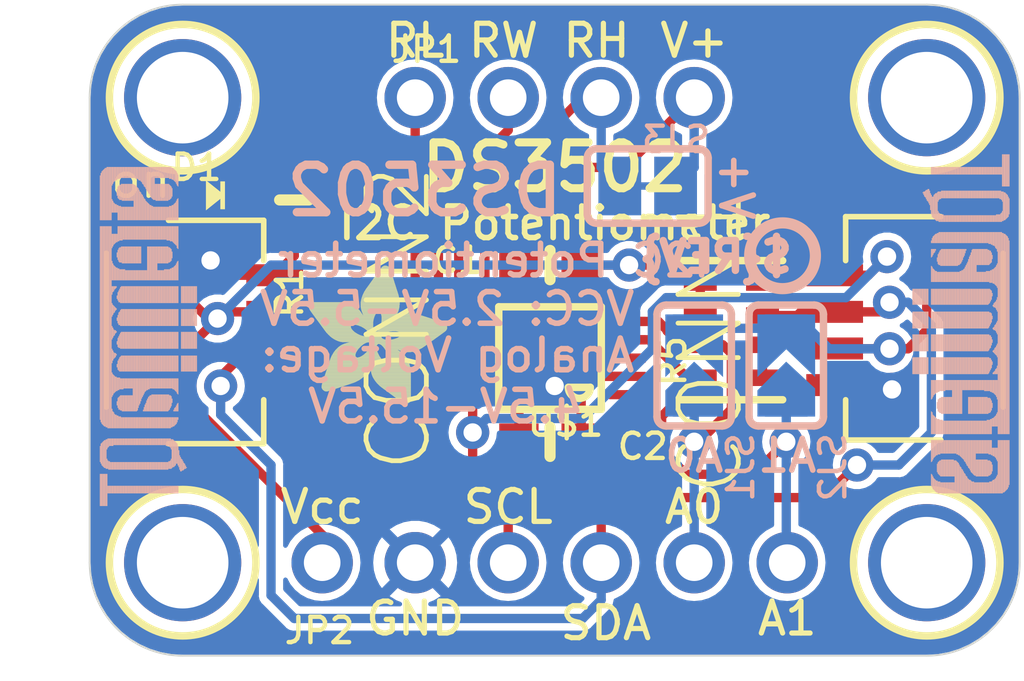
<source format=kicad_pcb>
(kicad_pcb (version 20221018) (generator pcbnew)
  (layers (0 "F.Cu" signal) (31 "B.Cu" signal) (34 "B.Paste" user) (35 "F.Paste" user) (36 "B.SilkS" user "B.Silkscreen") (37 "F.SilkS" user "F.Silkscreen") (38 "B.Mask" user) (39 "F.Mask" user) (44 "Edge.Cuts" user))
  (net 0 "")
  (net 1 "V+")
  (net 2 "GND")
  (net 3 "SCL")
  (net 4 "SDA")
  (net 5 "VCC")
  (net 6 "A0")
  (net 7 "A1")
  (net 8 "RH")
  (net 9 "RW")
  (net 10 "RL")
  (net 11 "N$2")
  (footprint "working:JST_SH4" (layer "F.Cu") (at 158.6611 105.0036 90)
    (fp_text reference "CONN1" (at -4.6 -5.9 90) (layer "F.SilkS") (effects (font (size 1.647139 1.647139) (thickness 0.130861)) (justify left)))
    (fp_text value "STEMMA_I2C_QT" hide)
    (pad "1" smd rect (at -1.5 -2.514 180) (size 1.55 0.6) (layers "F.Cu" "F.Paste" "F.Mask") (net 2 "GND"))
    (pad "2" smd rect (at -0.5 -2.514 180) (size 1.55 0.6) (layers "F.Cu" "F.Paste" "F.Mask") (net 5 "VCC"))
    (pad "3" smd rect (at 0.5 -2.514 180) (size 1.55 0.6) (layers "F.Cu" "F.Paste" "F.Mask") (net 4 "SDA"))
    (pad "4" smd rect (at 1.5 -2.514 180) (size 1.55 0.6) (layers "F.Cu" "F.Paste" "F.Mask") (net 3 "SCL"))
    (pad "MT1" smd rect (at -2.8 1.386 180) (size 1.8 1.2) (layers "F.Cu" "F.Paste" "F.Mask"))
    (pad "MT2" smd rect (at 2.8 1.386 180) (size 1.8 1.2) (layers "F.Cu" "F.Paste" "F.Mask"))
  )
  (footprint "working:JST_SH4" (layer "F.Cu") (at 138.3411 105.0036 -90)
    (fp_text reference "CONN2" (at -4.6 -5.9 90) (layer "F.SilkS") (effects (font (size 1.647139 1.647139) (thickness 0.130861)) (justify right)))
    (fp_text value "STEMMA_I2C_QT" hide)
    (pad "1" smd rect (at -1.5 -2.514) (size 1.55 0.6) (layers "F.Cu" "F.Paste" "F.Mask") (net 2 "GND"))
    (pad "2" smd rect (at -0.5 -2.514) (size 1.55 0.6) (layers "F.Cu" "F.Paste" "F.Mask") (net 5 "VCC"))
    (pad "3" smd rect (at 0.5 -2.514) (size 1.55 0.6) (layers "F.Cu" "F.Paste" "F.Mask") (net 4 "SDA"))
    (pad "4" smd rect (at 1.5 -2.514) (size 1.55 0.6) (layers "F.Cu" "F.Paste" "F.Mask") (net 3 "SCL"))
    (pad "MT1" smd rect (at -2.8 1.386) (size 1.8 1.2) (layers "F.Cu" "F.Paste" "F.Mask"))
    (pad "MT2" smd rect (at 2.8 1.386) (size 1.8 1.2) (layers "F.Cu" "F.Paste" "F.Mask"))
  )
  (footprint "working:0603-NO" (layer "F.Cu") (at 141.3891 101.4476 -90)
    (fp_text reference "R1" (at 1.778 0.127 90) (layer "F.SilkS") (effects (font (size 0.692831 0.692831) (thickness 0.119969)) (justify right)))
    (fp_text value "10K")
    (pad "1" smd rect (at -0.85 0 270) (size 1.075 1) (layers "F.Cu" "F.Paste" "F.Mask") (net 11 "N$2"))
    (pad "2" smd rect (at 0.85 0 270) (size 1.075 1) (layers "F.Cu" "F.Paste" "F.Mask") (net 2 "GND"))
  )
  (footprint "working:ADAFRUIT_3.5MM" (layer "F.Cu") (at 141.7701 107.0356)
    (fp_text reference "U$8" hide)
    (fp_text value "" hide)
  )
  (footprint "working:MOUNTINGHOLE_2.5_PLATED" (layer "F.Cu") (at 138.3411 111.3536)
    (fp_text reference "U$6" hide)
    (fp_text value "MOUNTINGHOLE2.5" hide)
    (pad "P$1" thru_hole circle (at 0 0) (size 3.2 3.2) (drill 2.5) (layers "*.Cu" "*.Mask"))
    (zone (net 0) (net_name "") (layer "B.Cu") (connect_pads (clearance 0)) (min_thickness 0.25)
      (keepout (tracks not_allowed) (vias not_allowed) (pads not_allowed) (copperpour not_allowed) (footprints allowed))
      (fill (thermal_gap 0.5) (thermal_bridge_width 0.5))
      (polygon (pts (xy 140.3571 111.3536) (xy 140.33748 111.073027) (xy 140.279004 110.797915) (xy 140.182808 110.533619) (xy 140.050765 110.285283) (xy 139.885446 110.05774) (xy 139.690067 109.85542) (xy 139.468433 109.68226) (xy 139.224856 109.541631) (xy 138.964078 109.43627) (xy 138.691175 109.368228) (xy 138.411457 109.338828) (xy 138.130371 109.348644) (xy 137.853385 109.397484) (xy 137.585893 109.484397) (xy 137.3331 109.607693) (xy 137.099926 109.76497) (xy 136.890911 109.953169) (xy 136.710122 110.168625) (xy 136.561078 110.407145) (xy 136.44668 110.664087) (xy 136.369154 110.93445) (xy 136.330011 111.212971) (xy 136.330011 111.494229) (xy 136.369154 111.77275) (xy 136.44668 112.043113) (xy 136.561078 112.300055) (xy 136.710122 112.538575) (xy 136.890911 112.754031) (xy 137.099926 112.94223) (xy 137.3331 113.099507) (xy 137.585893 113.222803) (xy 137.853385 113.309716) (xy 138.130371 113.358556) (xy 138.411457 113.368372) (xy 138.691175 113.338972) (xy 138.964078 113.27093) (xy 139.224856 113.165569) (xy 139.468433 113.02494) (xy 139.690067 112.85178) (xy 139.885446 112.64946) (xy 140.050765 112.421917) (xy 140.182808 112.173581) (xy 140.279004 111.909285) (xy 140.33748 111.634173)))
      (polygon (pts (xy 138.3251 111.3536) (xy 138.329786 111.364914) (xy 138.3411 111.3696) (xy 138.352414 111.364914) (xy 138.3571 111.3536) (xy 138.352414 111.342286) (xy 138.3411 111.3376) (xy 138.329786 111.342286)))
    )
  )
  (footprint "working:FIDUCIAL_1MM" (layer "F.Cu") (at 154.8511 100.6475)
    (fp_text reference "FID2" hide)
    (fp_text value "FIDUCIAL_1MM" hide)
    (pad "1" smd roundrect (at 0 0) (size 1 1) (layers "F.Cu" "F.Mask") (roundrect_rratio 0.5))
  )
  (footprint "working:CHIPLED_0603_NOOUTLINE" (layer "F.Cu") (at 139.2301 101.3206 -90)
    (fp_text reference "D1" (at -0.762 1.27) (layer "F.SilkS") (effects (font (size 0.692831 0.692831) (thickness 0.119969)) (justify left)))
    (fp_text value "GREEN")
    (pad "A" smd rect (at 0 0.75 270) (size 0.8 0.8) (layers "F.Cu" "F.Paste" "F.Mask") (net 5 "VCC"))
    (pad "C" smd rect (at 0 -0.75 270) (size 0.8 0.8) (layers "F.Cu" "F.Paste" "F.Mask") (net 11 "N$2"))
  )
  (footprint "working:MSOP10" (layer "F.Cu") (at 148.3741 105.7656 90)
    (fp_text reference "U$1" (at -1.778 1.524) (layer "F.SilkS") (effects (font (size 0.692831 0.692831) (thickness 0.119969)) (justify right)))
    (fp_text value "DS3502")
    (pad "1" smd rect (at -1 2.1131 90) (size 0.25 1) (layers "F.Cu" "F.Paste" "F.Mask") (net 4 "SDA"))
    (pad "2" smd rect (at -0.5 2.1131 90) (size 0.25 1) (layers "F.Cu" "F.Paste" "F.Mask") (net 2 "GND"))
    (pad "3" smd rect (at 0 2.1131 90) (size 0.25 1) (layers "F.Cu" "F.Paste" "F.Mask") (net 5 "VCC"))
    (pad "4" smd rect (at 0.5 2.1131 90) (size 0.25 1) (layers "F.Cu" "F.Paste" "F.Mask") (net 7 "A1"))
    (pad "5" smd rect (at 1 2.1131 90) (size 0.25 1) (layers "F.Cu" "F.Paste" "F.Mask") (net 6 "A0"))
    (pad "6" smd rect (at 1 -2.1131 270) (size 0.25 1) (layers "F.Cu" "F.Paste" "F.Mask") (net 8 "RH"))
    (pad "7" smd rect (at 0.5 -2.1131 270) (size 0.25 1) (layers "F.Cu" "F.Paste" "F.Mask") (net 9 "RW"))
    (pad "8" smd rect (at 0 -2.1131 270) (size 0.25 1) (layers "F.Cu" "F.Paste" "F.Mask") (net 10 "RL"))
    (pad "9" smd rect (at -0.5 -2.1131 270) (size 0.25 1) (layers "F.Cu" "F.Paste" "F.Mask") (net 1 "V+"))
    (pad "10" smd rect (at -1 -2.1131 270) (size 0.25 1) (layers "F.Cu" "F.Paste" "F.Mask") (net 3 "SCL"))
  )
  (footprint "working:FIDUCIAL_1MM" (layer "F.Cu") (at 144.0561 109.2581)
    (fp_text reference "FID1" hide)
    (fp_text value "FIDUCIAL_1MM" hide)
    (pad "1" smd roundrect (at 0 0) (size 1 1) (layers "F.Cu" "F.Mask") (roundrect_rratio 0.5))
  )
  (footprint "working:RESPACK_4X0603" (layer "F.Cu") (at 153.3271 105.0036 90)
    (fp_text reference "R5" (at -1.6 -1.6 90) (layer "F.SilkS") (effects (font (size 0.692831 0.692831) (thickness 0.119969)) (justify left)))
    (fp_text value "10K")
    (pad "1" smd rect (at -1.3 0.85 90) (size 0.45 0.9) (layers "F.Cu" "F.Paste" "F.Mask") (net 2 "GND"))
    (pad "2" smd rect (at -0.4 0.85 90) (size 0.45 0.9) (layers "F.Cu" "F.Paste" "F.Mask") (net 2 "GND"))
    (pad "3" smd rect (at 0.4 0.85 90) (size 0.45 0.9) (layers "F.Cu" "F.Paste" "F.Mask") (net 4 "SDA"))
    (pad "4" smd rect (at 1.3 0.85 90) (size 0.45 0.9) (layers "F.Cu" "F.Paste" "F.Mask") (net 3 "SCL"))
    (pad "5" smd rect (at 1.3 -0.85 90) (size 0.45 0.9) (layers "F.Cu" "F.Paste" "F.Mask") (net 5 "VCC"))
    (pad "6" smd rect (at 0.4 -0.85 90) (size 0.45 0.9) (layers "F.Cu" "F.Paste" "F.Mask") (net 5 "VCC"))
    (pad "7" smd rect (at -0.4 -0.85 90) (size 0.45 0.9) (layers "F.Cu" "F.Paste" "F.Mask") (net 6 "A0"))
    (pad "8" smd rect (at -1.3 -0.85 90) (size 0.45 0.9) (layers "F.Cu" "F.Paste" "F.Mask") (net 7 "A1"))
  )
  (footprint "working:1X06_ROUND" (layer "F.Cu") (at 148.5011 111.3536)
    (fp_text reference "JP2" (at -7.4422 1.8542) (layer "F.SilkS") (effects (font (size 0.692831 0.692831) (thickness 0.119969)) (justify left)))
    (fp_text value "")
    (pad "1" thru_hole circle (at -6.35 0 90) (size 1.6764 1.6764) (drill 1) (layers "*.Cu" "*.Mask") (net 5 "VCC"))
    (pad "2" thru_hole circle (at -3.81 0 90) (size 1.6764 1.6764) (drill 1) (layers "*.Cu" "*.Mask") (net 2 "GND"))
    (pad "3" thru_hole circle (at -1.27 0 90) (size 1.6764 1.6764) (drill 1) (layers "*.Cu" "*.Mask") (net 3 "SCL"))
    (pad "4" thru_hole circle (at 1.27 0 90) (size 1.6764 1.6764) (drill 1) (layers "*.Cu" "*.Mask") (net 4 "SDA"))
    (pad "5" thru_hole circle (at 3.81 0 90) (size 1.6764 1.6764) (drill 1) (layers "*.Cu" "*.Mask") (net 6 "A0"))
    (pad "6" thru_hole circle (at 6.35 0 90) (size 1.6764 1.6764) (drill 1) (layers "*.Cu" "*.Mask") (net 7 "A1"))
  )
  (footprint "working:0603-NO" (layer "F.Cu") (at 148.3741 108.0516)
    (fp_text reference "C2" (at 1.778 0.127) (layer "F.SilkS") (effects (font (size 0.692831 0.692831) (thickness 0.119969)) (justify left)))
    (fp_text value "0.1uF")
    (pad "1" smd rect (at -0.85 0) (size 1.075 1) (layers "F.Cu" "F.Paste" "F.Mask") (net 1 "V+"))
    (pad "2" smd rect (at 0.85 0) (size 1.075 1) (layers "F.Cu" "F.Paste" "F.Mask") (net 2 "GND"))
  )
  (footprint "working:1X04_ROUND" (layer "F.Cu") (at 148.5011 98.6536)
    (fp_text reference "JP1" (at -4.5212 -1.3208) (layer "F.SilkS") (effects (font (size 0.692831 0.692831) (thickness 0.119969)) (justify left)))
    (fp_text value "")
    (pad "1" thru_hole circle (at -3.81 0 90) (size 1.6764 1.6764) (drill 1) (layers "*.Cu" "*.Mask") (net 10 "RL"))
    (pad "2" thru_hole circle (at -1.27 0 90) (size 1.6764 1.6764) (drill 1) (layers "*.Cu" "*.Mask") (net 9 "RW"))
    (pad "3" thru_hole circle (at 1.27 0 90) (size 1.6764 1.6764) (drill 1) (layers "*.Cu" "*.Mask") (net 8 "RH"))
    (pad "4" thru_hole circle (at 3.81 0 90) (size 1.6764 1.6764) (drill 1) (layers "*.Cu" "*.Mask") (net 1 "V+"))
  )
  (footprint "working:0603-NO" (layer "F.Cu") (at 148.3741 103.2256 180)
    (fp_text reference "C1" (at 1.778 0.127) (layer "F.SilkS") (effects (font (size 0.692831 0.692831) (thickness 0.119969)) (justify right)))
    (fp_text value "0.1uF")
    (pad "1" smd rect (at -0.85 0 180) (size 1.075 1) (layers "F.Cu" "F.Paste" "F.Mask") (net 5 "VCC"))
    (pad "2" smd rect (at 0.85 0 180) (size 1.075 1) (layers "F.Cu" "F.Paste" "F.Mask") (net 2 "GND"))
  )
  (footprint "working:MOUNTINGHOLE_2.5_PLATED" (layer "F.Cu") (at 158.6611 98.6536)
    (fp_text reference "U$3" hide)
    (fp_text value "MOUNTINGHOLE2.5" hide)
    (pad "P$1" thru_hole circle (at 0 0) (size 3.2 3.2) (drill 2.5) (layers "*.Cu" "*.Mask"))
    (zone (net 0) (net_name "") (layer "B.Cu") (connect_pads (clearance 0)) (min_thickness 0.25)
      (keepout (tracks not_allowed) (vias not_allowed) (pads not_allowed) (copperpour not_allowed) (footprints allowed))
      (fill (thermal_gap 0.5) (thermal_bridge_width 0.5))
      (polygon (pts (xy 160.6771 98.6536) (xy 160.65748 98.373027) (xy 160.599004 98.097915) (xy 160.502808 97.833619) (xy 160.370765 97.585283) (xy 160.205446 97.35774) (xy 160.010067 97.15542) (xy 159.788433 96.98226) (xy 159.544856 96.841631) (xy 159.284078 96.73627) (xy 159.011175 96.668228) (xy 158.731457 96.638828) (xy 158.450371 96.648644) (xy 158.173385 96.697484) (xy 157.905893 96.784397) (xy 157.6531 96.907693) (xy 157.419926 97.06497) (xy 157.210911 97.253169) (xy 157.030122 97.468625) (xy 156.881078 97.707145) (xy 156.76668 97.964087) (xy 156.689154 98.23445) (xy 156.650011 98.512971) (xy 156.650011 98.794229) (xy 156.689154 99.07275) (xy 156.76668 99.343113) (xy 156.881078 99.600055) (xy 157.030122 99.838575) (xy 157.210911 100.054031) (xy 157.419926 100.24223) (xy 157.6531 100.399507) (xy 157.905893 100.522803) (xy 158.173385 100.609716) (xy 158.450371 100.658556) (xy 158.731457 100.668372) (xy 159.011175 100.638972) (xy 159.284078 100.57093) (xy 159.544856 100.465569) (xy 159.788433 100.32494) (xy 160.010067 100.15178) (xy 160.205446 99.94946) (xy 160.370765 99.721917) (xy 160.502808 99.473581) (xy 160.599004 99.209285) (xy 160.65748 98.934173)))
      (polygon (pts (xy 158.6451 98.6536) (xy 158.649786 98.664914) (xy 158.6611 98.6696) (xy 158.672414 98.664914) (xy 158.6771 98.6536) (xy 158.672414 98.642286) (xy 158.6611 98.6376) (xy 158.649786 98.642286)))
    )
  )
  (footprint "working:MOUNTINGHOLE_2.5_PLATED" (layer "F.Cu") (at 138.3411 98.6536)
    (fp_text reference "U$2" hide)
    (fp_text value "MOUNTINGHOLE2.5" hide)
    (pad "P$1" thru_hole circle (at 0 0) (size 3.2 3.2) (drill 2.5) (layers "*.Cu" "*.Mask"))
    (zone (net 0) (net_name "") (layer "B.Cu") (connect_pads (clearance 0)) (min_thickness 0.25)
      (keepout (tracks not_allowed) (vias not_allowed) (pads not_allowed) (copperpour not_allowed) (footprints allowed))
      (fill (thermal_gap 0.5) (thermal_bridge_width 0.5))
      (polygon (pts (xy 140.3571 98.6536) (xy 140.33748 98.373027) (xy 140.279004 98.097915) (xy 140.182808 97.833619) (xy 140.050765 97.585283) (xy 139.885446 97.35774) (xy 139.690067 97.15542) (xy 139.468433 96.98226) (xy 139.224856 96.841631) (xy 138.964078 96.73627) (xy 138.691175 96.668228) (xy 138.411457 96.638828) (xy 138.130371 96.648644) (xy 137.853385 96.697484) (xy 137.585893 96.784397) (xy 137.3331 96.907693) (xy 137.099926 97.06497) (xy 136.890911 97.253169) (xy 136.710122 97.468625) (xy 136.561078 97.707145) (xy 136.44668 97.964087) (xy 136.369154 98.23445) (xy 136.330011 98.512971) (xy 136.330011 98.794229) (xy 136.369154 99.07275) (xy 136.44668 99.343113) (xy 136.561078 99.600055) (xy 136.710122 99.838575) (xy 136.890911 100.054031) (xy 137.099926 100.24223) (xy 137.3331 100.399507) (xy 137.585893 100.522803) (xy 137.853385 100.609716) (xy 138.130371 100.658556) (xy 138.411457 100.668372) (xy 138.691175 100.638972) (xy 138.964078 100.57093) (xy 139.224856 100.465569) (xy 139.468433 100.32494) (xy 139.690067 100.15178) (xy 139.885446 99.94946) (xy 140.050765 99.721917) (xy 140.182808 99.473581) (xy 140.279004 99.209285) (xy 140.33748 98.934173)))
      (polygon (pts (xy 138.3251 98.6536) (xy 138.329786 98.664914) (xy 138.3411 98.6696) (xy 138.352414 98.664914) (xy 138.3571 98.6536) (xy 138.352414 98.642286) (xy 138.3411 98.6376) (xy 138.329786 98.642286)))
    )
  )
  (footprint "working:MOUNTINGHOLE_2.5_PLATED" (layer "F.Cu") (at 158.6611 111.3536)
    (fp_text reference "U$7" hide)
    (fp_text value "MOUNTINGHOLE2.5" hide)
    (pad "P$1" thru_hole circle (at 0 0) (size 3.2 3.2) (drill 2.5) (layers "*.Cu" "*.Mask"))
    (zone (net 0) (net_name "") (layer "B.Cu") (connect_pads (clearance 0)) (min_thickness 0.25)
      (keepout (tracks not_allowed) (vias not_allowed) (pads not_allowed) (copperpour not_allowed) (footprints allowed))
      (fill (thermal_gap 0.5) (thermal_bridge_width 0.5))
      (polygon (pts (xy 160.6771 111.3536) (xy 160.65748 111.073027) (xy 160.599004 110.797915) (xy 160.502808 110.533619) (xy 160.370765 110.285283) (xy 160.205446 110.05774) (xy 160.010067 109.85542) (xy 159.788433 109.68226) (xy 159.544856 109.541631) (xy 159.284078 109.43627) (xy 159.011175 109.368228) (xy 158.731457 109.338828) (xy 158.450371 109.348644) (xy 158.173385 109.397484) (xy 157.905893 109.484397) (xy 157.6531 109.607693) (xy 157.419926 109.76497) (xy 157.210911 109.953169) (xy 157.030122 110.168625) (xy 156.881078 110.407145) (xy 156.76668 110.664087) (xy 156.689154 110.93445) (xy 156.650011 111.212971) (xy 156.650011 111.494229) (xy 156.689154 111.77275) (xy 156.76668 112.043113) (xy 156.881078 112.300055) (xy 157.030122 112.538575) (xy 157.210911 112.754031) (xy 157.419926 112.94223) (xy 157.6531 113.099507) (xy 157.905893 113.222803) (xy 158.173385 113.309716) (xy 158.450371 113.358556) (xy 158.731457 113.368372) (xy 159.011175 113.338972) (xy 159.284078 113.27093) (xy 159.544856 113.165569) (xy 159.788433 113.02494) (xy 160.010067 112.85178) (xy 160.205446 112.64946) (xy 160.370765 112.421917) (xy 160.502808 112.173581) (xy 160.599004 111.909285) (xy 160.65748 111.634173)))
      (polygon (pts (xy 158.6451 111.3536) (xy 158.649786 111.364914) (xy 158.6611 111.3696) (xy 158.672414 111.364914) (xy 158.6771 111.3536) (xy 158.672414 111.342286) (xy 158.6611 111.3376) (xy 158.649786 111.342286)))
    )
  )
  (footprint "working:SOLDERJUMPER_CLOSEDWIRE" (layer "B.Cu") (at 151.0411 101.0666 180)
    (fp_text reference "SJ3" (at -1.778 1.27) (layer "B.SilkS") (effects (font (size 0.692831 0.692831) (thickness 0.119969)) (justify left mirror)))
    (fp_text value "")
    (pad "1" smd rect (at -0.762 0 180) (size 1.1684 1.6002) (layers "B.Cu") (net 1 "V+"))
    (pad "2" smd rect (at 0.762 0 180) (size 1.1684 1.6002) (layers "B.Cu") (net 8 "RH"))
    (pad "WIRE" smd rect (at 0 0) (size 0.635 0.2032) (layers "B.Cu"))
  )
  (footprint "working:KATTNI_STOP" (layer "B.Cu") (at 148.3741 110.2106 180)
    (fp_text reference "U$5" hide)
    (fp_text value "" hide)
  )
  (footprint "working:STEMMAQT" (layer "B.Cu") (at 158.2801 109.4486 90)
    (fp_text reference "U$10" hide)
    (fp_text value "" hide)
  )
  (footprint "working:SOLDERJUMPER_ARROW_NOPASTE" (layer "B.Cu") (at 152.3111 105.9688 90)
    (fp_text reference "SJ1" (at -1.778 1.27 90) (layer "B.SilkS") (effects (font (size 0.692831 0.692831) (thickness 0.119969)) (justify left mirror)))
    (fp_text value "")
    (fp_poly (pts (xy 0.106121 -0.002663) (xy -0.679416 -0.7882) (xy -1.3946 -0.7882) (xy -1.3946 0.7882) (xy -0.62715 0.7882)) (fill solid) (layer "B.Cu"))
    (fp_poly (pts (xy 1.3946 -0.7882) (xy -0.315893 -0.7882) (xy 0.443148 0) (xy -0.315893 0.7882) (xy 1.3946 0.7882)) (fill solid) (layer "B.Cu"))
    (pad "1" smd roundrect (at -1.016 0 90) (size 0.762 1.524) (layers "B.Cu") (net 6 "A0"))
    (pad "2" smd roundrect (at 1.016 0 90) (size 0.762 1.524) (layers "B.Cu") (net 5 "VCC"))
  )
  (footprint "working:SOLDERJUMPER_ARROW_NOPASTE" (layer "B.Cu") (at 154.8257 105.9688 90)
    (fp_text reference "SJ2" (at -1.778 1.27 90) (layer "B.SilkS") (effects (font (size 0.692831 0.692831) (thickness 0.119969)) (justify left mirror)))
    (fp_text value "")
    (fp_poly (pts (xy 0.106121 -0.002663) (xy -0.679416 -0.7882) (xy -1.3946 -0.7882) (xy -1.3946 0.7882) (xy -0.62715 0.7882)) (fill solid) (layer "B.Cu"))
    (fp_poly (pts (xy 1.3946 -0.7882) (xy -0.315893 -0.7882) (xy 0.443148 0) (xy -0.315893 0.7882) (xy 1.3946 0.7882)) (fill solid) (layer "B.Cu"))
    (pad "1" smd roundrect (at -1.016 0 90) (size 0.762 1.524) (layers "B.Cu") (net 7 "A1"))
    (pad "2" smd roundrect (at 1.016 0 90) (size 0.762 1.524) (layers "B.Cu") (net 5 "VCC"))
  )
  (footprint "working:STEMMAQT" (layer "B.Cu") (at 138.7221 100.5586 -90)
    (fp_text reference "U$11" hide)
    (fp_text value "" hide)
  )
  (footprint "working:PCBFEAT-REV-040" (layer "B.Cu") (at 154.7241 102.9716 180)
    (fp_text reference "U$9" hide)
    (fp_text value "" hide)
    (fp_text user "${REV}" (at -0.3556 -0.508) (layer "B.SilkS") (effects (font (size 0.8128 0.8128) (thickness 0.2032)) (justify left bottom mirror)))
  )
  (gr_arc (start 135.8011 98.6536) (mid 136.545049 96.857549) (end 138.3411 96.1136) (stroke (width 0.05)) (layer "Edge.Cuts"))
  (gr_line (start 135.8011 98.6536) (end 135.8011 111.3536) (stroke (width 0.05)) (layer "Edge.Cuts"))
  (gr_line (start 161.2011 111.3536) (end 161.2011 98.6536) (stroke (width 0.05)) (layer "Edge.Cuts"))
  (gr_arc (start 138.3411 113.8936) (mid 136.545049 113.149651) (end 135.8011 111.3536) (stroke (width 0.05)) (layer "Edge.Cuts"))
  (gr_arc (start 161.2011 111.3536) (mid 160.457151 113.149651) (end 158.6611 113.8936) (stroke (width 0.05)) (layer "Edge.Cuts"))
  (gr_line (start 138.3411 113.8936) (end 158.6611 113.8936) (stroke (width 0.05)) (layer "Edge.Cuts"))
  (gr_arc (start 158.6611 96.1136) (mid 160.457151 96.857549) (end 161.2011 98.6536) (stroke (width 0.05)) (layer "Edge.Cuts"))
  (gr_line (start 158.6611 96.1136) (end 138.3411 96.1136) (stroke (width 0.05)) (layer "Edge.Cuts"))
  (gr_text "VCC: 2.5V-5.5V" (at 150.7617 104.9274) (layer "B.SilkS") (effects (font (size 0.8636 0.8636) (thickness 0.1524)) (justify left bottom mirror)))
  (gr_text "V+" (at 153.4541 101.0666 -90) (layer "B.SilkS") (effects (font (size 0.8636 0.8636) (thickness 0.1524)) (justify mirror)))
  (gr_text "I2C Potentiometer" (at 152.8191 103.6066) (layer "B.SilkS") (effects (font (size 0.8636 0.8636) (thickness 0.1524)) (justify left bottom mirror)))
  (gr_text "A1" (at 154.8511 108.4326) (layer "B.SilkS") (effects (font (size 0.8636 0.8636) (thickness 0.1524)) (justify mirror)))
  (gr_text "4.5V-15.5V " (at 149.3647 107.5944) (layer "B.SilkS") (effects (font (size 0.8636 0.8636) (thickness 0.1524)) (justify left bottom mirror)))
  (gr_text "Analog Voltage:" (at 150.7617 106.1974) (layer "B.SilkS") (effects (font (size 0.8636 0.8636) (thickness 0.1524)) (justify left bottom mirror)))
  (gr_text "A0" (at 152.3111 108.4326) (layer "B.SilkS") (effects (font (size 0.8636 0.8636) (thickness 0.1524)) (justify mirror)))
  (gr_text "DS3502" (at 144.9451 101.1936) (layer "B.SilkS") (effects (font (size 1.2954 1.2954) (thickness 0.2286)) (justify mirror)))
  (gr_text "I2C Potentiometer" (at 148.5011 102.0826) (layer "F.SilkS") (effects (font (size 0.8636 0.8636) (thickness 0.1524))))
  (gr_text "DS3502" (at 148.5011 100.5586) (layer "F.SilkS") (effects (font (size 1.25222 1.25222) (thickness 0.22098))))
  (gr_text "GND" (at 144.6911 112.8776) (layer "F.SilkS") (effects (font (size 0.87376 0.87376) (thickness 0.14224))))
  (gr_text "V+" (at 152.3111 97.09785) (layer "F.SilkS") (effects (font (size 0.87376 0.87376) (thickness 0.14224))))
  (gr_text "Vcc" (at 142.1511 109.8296) (layer "F.SilkS") (effects (font (size 0.87376 0.87376) (thickness 0.14224))))
  (gr_text "on" (at 136.3091 101.4476) (layer "F.SilkS") (effects (font (size 0.89408 0.89408) (thickness 0.12192)) (justify left bottom)))
  (gr_text "A0" (at 152.3111 109.8296) (layer "F.SilkS") (effects (font (size 0.87376 0.87376) (thickness 0.14224))))
  (gr_text "RW" (at 147.1041 97.09785) (layer "F.SilkS") (effects (font (size 0.87376 0.87376) (thickness 0.14224))))
  (gr_text "SDA" (at 149.8981 113.0046) (layer "F.SilkS") (effects (font (size 0.87376 0.87376) (thickness 0.14224))))
  (gr_text "SCL" (at 147.2311 109.8296) (layer "F.SilkS") (effects (font (size 0.87376 0.87376) (thickness 0.14224))))
  (gr_text "RL" (at 144.6911 97.09785) (layer "F.SilkS") (effects (font (size 0.87376 0.87376) (thickness 0.14224))))
  (gr_text "RH" (at 149.6441 97.09785) (layer "F.SilkS") (effects (font (size 0.87376 0.87376) (thickness 0.14224))))
  (gr_text "A1" (at 154.8511 112.8776) (layer "F.SilkS") (effects (font (size 0.87376 0.87376) (thickness 0.14224))))
  (segment (start 146.849825 104.3098) (end 146.5961 104.056075) (width 0.254) (layer "F.Cu") (net 1))
  (segment (start 150.4061 100.5586) (end 152.3111 98.6536) (width 0.254) (layer "F.Cu") (net 1))
  (segment (start 147.0453 104.3098) (end 146.849825 104.3098) (width 0.254) (layer "F.Cu") (net 1))
  (segment (start 147.3501 104.6146) (end 147.0453 104.3098) (width 0.254) (layer "F.Cu") (net 1))
  (segment (start 146.261 106.2656) (end 147.3501 106.2656) (width 0.254) (layer "F.Cu") (net 1))
  (segment (start 146.5961 104.056075) (end 146.5961 102.3366) (width 0.254) (layer "F.Cu") (net 1))
  (segment (start 147.3501 106.2656) (end 147.5241 106.4396) (width 0.254) (layer "F.Cu") (net 1))
  (segment (start 146.5961 102.3366) (end 148.3741 100.5586) (width 0.254) (layer "F.Cu") (net 1))
  (segment (start 147.5241 106.4396) (end 147.5241 108.0516) (width 0.254) (layer "F.Cu") (net 1))
  (segment (start 148.3741 100.5586) (end 150.4061 100.5586) (width 0.254) (layer "F.Cu") (net 1))
  (segment (start 147.3501 106.2656) (end 147.3501 104.6146) (width 0.254) (layer "F.Cu") (net 1))
  (segment (start 152.3111 100.5586) (end 152.3111 98.6536) (width 0.254) (layer "B.Cu") (net 1))
  (segment (start 151.8031 101.0666) (end 152.3111 100.5586) (width 0.254) (layer "B.Cu") (net 1))
  (segment (start 156.1471 106.5036) (end 157.596 106.5036) (width 0.254) (layer "F.Cu") (net 2))
  (segment (start 148.5011 104.2026) (end 148.5011 106.5276) (width 0.254) (layer "F.Cu") (net 2))
  (segment (start 149.2241 106.3616) (end 149.1281 106.2656) (width 0.254) (layer "F.Cu") (net 2))
  (segment (start 154.1771 105.4036) (end 154.1771 106.3036) (width 0.254) (layer "F.Cu") (net 2))
  (segment (start 157.596 106.5036) (end 157.7136 106.6212) (width 0.254) (layer "F.Cu") (net 2))
  (segment (start 154.3771 106.5036) (end 156.1471 106.5036) (width 0.254) (layer "F.Cu") (net 2))
  (segment (start 141.3891 102.2976) (end 141.3891 102.9696) (width 0.254) (layer "F.Cu") (net 2))
  (segment (start 147.5241 103.2256) (end 148.5011 104.2026) (width 0.254) (layer "F.Cu") (net 2))
  (segment (start 154.1771 106.3036) (end 154.3771 106.5036) (width 0.254) (layer "F.Cu") (net 2))
  (segment (start 141.3891 102.9696) (end 140.8551 103.5036) (width 0.254) (layer "F.Cu") (net 2))
  (segment (start 150.4872 106.2656) (end 149.1281 106.2656) (width 0.254) (layer "F.Cu") (net 2))
  (segment (start 149.1281 106.2656) (end 148.5011 106.2656) (width 0.254) (layer "F.Cu") (net 2))
  (segment (start 148.5011 106.2656) (end 148.5011 106.5276) (width 0.254) (layer "F.Cu") (net 2))
  (segment (start 140.8551 103.5036) (end 139.5081 103.5036) (width 0.254) (layer "F.Cu") (net 2))
  (segment (start 149.2241 108.0516) (end 149.2241 106.3616) (width 0.254) (layer "F.Cu") (net 2))
  (segment (start 139.5081 103.5036) (end 139.1031 103.0986) (width 0.254) (layer "F.Cu") (net 2))
  (via (at 157.7136 106.6212) (size 0.9064) (drill 0.5) (layers "F.Cu" "B.Cu") (net 2))
  (via (at 148.5011 106.5276) (size 0.9064) (drill 0.5) (layers "F.Cu" "B.Cu") (net 2))
  (via (at 139.1031 103.0986) (size 0.9064) (drill 0.5) (layers "F.Cu" "B.Cu") (net 2))
  (segment (start 140.8551 106.5036) (end 145.0481 106.5036) (width 0.254) (layer "F.Cu") (net 3))
  (segment (start 145.3261 106.7816) (end 146.245 106.7816) (width 0.254) (layer "F.Cu") (net 3))
  (segment (start 146.261 107.7976) (end 146.261 108.6055) (width 0.254) (layer "F.Cu") (net 3))
  (segment (start 157.576543 102.994944) (end 157.067887 103.5036) (width 0.254) (layer "F.Cu") (net 3))
  (segment (start 154.1771 103.7036) (end 154.3771 103.5036) (width 0.254) (layer "F.Cu") (net 3))
  (segment (start 146.261 108.6055) (end 147.2311 109.5756) (width 0.254) (layer "F.Cu") (net 3))
  (segment (start 147.2311 109.5756) (end 147.2311 111.3536) (width 0.254) (layer "F.Cu") (net 3))
  (segment (start 146.261 106.7656) (end 146.261 107.7976) (width 0.254) (layer "F.Cu") (net 3))
  (segment (start 146.245 106.7816) (end 146.261 106.7656) (width 0.254) (layer "F.Cu") (net 3))
  (segment (start 154.3771 103.5036) (end 156.1471 103.5036) (width 0.254) (layer "F.Cu") (net 3))
  (segment (start 145.0481 106.5036) (end 145.3261 106.7816) (width 0.254) (layer "F.Cu") (net 3))
  (segment (start 157.067887 103.5036) (end 156.1471 103.5036) (width 0.254) (layer "F.Cu") (net 3))
  (via (at 146.261 107.7976) (size 0.9064) (drill 0.5) (layers "F.Cu" "B.Cu") (net 3))
  (via (at 157.576543 102.994944) (size 0.9064) (drill 0.5) (layers "F.Cu" "B.Cu") (net 3))
  (segment (start 149.2631 107.4166) (end 146.642 107.4166) (width 0.254) (layer "B.Cu") (net 3))
  (segment (start 151.1681 105.5116) (end 151.1681 104.4956) (width 0.254) (layer "B.Cu") (net 3))
  (segment (start 149.2631 107.4166) (end 151.1681 105.5116) (width 0.254) (layer "B.Cu") (net 3))
  (segment (start 156.456887 104.1146) (end 157.576543 102.994944) (width 0.254) (layer "B.Cu") (net 3))
  (segment (start 151.5491 104.1146) (end 156.456887 104.1146) (width 0.254) (layer "B.Cu") (net 3))
  (segment (start 146.261 107.7976) (end 146.642 107.4166) (width 0.254) (layer "B.Cu") (net 3))
  (segment (start 151.1681 104.4956) (end 151.5491 104.1146) (width 0.254) (layer "B.Cu") (net 3))
  (segment (start 140.1485 105.5036) (end 139.3785 106.2736) (width 0.254) (layer "F.Cu") (net 4))
  (segment (start 149.7711 109.5756) (end 149.7711 111.3536) (width 0.254) (layer "F.Cu") (net 4))
  (segment (start 150.4872 108.8595) (end 149.7711 109.5756) (width 0.254) (layer "F.Cu") (net 4))
  (segment (start 154.1771 104.6036) (end 155.1241 104.6036) (width 0.254) (layer "F.Cu") (net 4))
  (segment (start 155.8671 109.5756) (end 149.7711 109.5756) (width 0.254) (layer "F.Cu") (net 4))
  (segment (start 139.3785 106.2736) (end 139.3785 106.5276) (width 0.254) (layer "F.Cu") (net 4))
  (segment (start 156.7561 108.6866) (end 155.8671 109.5756) (width 0.254) (layer "F.Cu") (net 4))
  (segment (start 150.4872 106.7656) (end 150.4872 108.8595) (width 0.254) (layer "F.Cu") (net 4))
  (segment (start 140.8551 105.5036) (end 140.1485 105.5036) (width 0.254) (layer "F.Cu") (net 4))
  (segment (start 155.2321 104.4956) (end 156.1391 104.4956) (width 0.254) (layer "F.Cu") (net 4))
  (segment (start 157.3831 104.5036) (end 157.6451 104.2416) (width 0.254) (layer "F.Cu") (net 4))
  (segment (start 156.1391 104.4956) (end 156.1471 104.5036) (width 0.254) (layer "F.Cu") (net 4))
  (segment (start 155.1241 104.6036) (end 155.2321 104.4956) (width 0.254) (layer "F.Cu") (net 4))
  (segment (start 156.1471 104.5036) (end 157.3831 104.5036) (width 0.254) (layer "F.Cu") (net 4))
  (via (at 157.6451 104.2416) (size 0.9064) (drill 0.5) (layers "F.Cu" "B.Cu") (net 4))
  (via (at 139.3785 106.5276) (size 0.9064) (drill 0.5) (layers "F.Cu" "B.Cu") (net 4))
  (via (at 156.7561 108.6866) (size 0.9064) (drill 0.5) (layers "F.Cu" "B.Cu") (net 4))
  (segment (start 149.2631 112.8776) (end 141.3891 112.8776) (width 0.254) (layer "B.Cu") (net 4))
  (segment (start 158.7881 107.7976) (end 157.8991 108.6866) (width 0.254) (layer "B.Cu") (net 4))
  (segment (start 141.3891 112.8776) (end 140.7541 112.2426) (width 0.254) (layer "B.Cu") (net 4))
  (segment (start 149.7711 111.3536) (end 149.7711 112.3696) (width 0.254) (layer "B.Cu") (net 4))
  (segment (start 157.6451 104.2416) (end 158.1531 104.2416) (width 0.254) (layer "B.Cu") (net 4))
  (segment (start 158.7881 104.8766) (end 158.7881 107.7976) (width 0.254) (layer "B.Cu") (net 4))
  (segment (start 158.1531 104.2416) (end 158.7881 104.8766) (width 0.254) (layer "B.Cu") (net 4))
  (segment (start 139.3785 107.311) (end 139.3785 106.5276) (width 0.254) (layer "B.Cu") (net 4))
  (segment (start 140.7541 112.2426) (end 140.7541 108.6866) (width 0.254) (layer "B.Cu") (net 4))
  (segment (start 149.7711 112.3696) (end 149.2631 112.8776) (width 0.254) (layer "B.Cu") (net 4))
  (segment (start 157.8991 108.6866) (end 156.7561 108.6866) (width 0.254) (layer "B.Cu") (net 4))
  (segment (start 140.7541 108.6866) (end 139.3785 107.311) (width 0.254) (layer "B.Cu") (net 4))
  (segment (start 142.1511 110.5916) (end 142.1511 111.3536) (width 0.254) (layer "F.Cu") (net 5))
  (segment (start 158.1531 105.5116) (end 157.6451 105.5116) (width 0.254) (layer "F.Cu") (net 5))
  (segment (start 140.8551 104.5036) (end 139.4761 104.5036) (width 0.254) (layer "F.Cu") (net 5))
  (segment (start 138.3197 101.481) (end 138.3197 103.4231) (width 0.254) (layer "F.Cu") (net 5))
  (segment (start 139.1666 104.8131) (end 139.2936 104.6861) (width 0.254) (layer "F.Cu") (net 5))
  (segment (start 138.5951 105.3846) (end 138.5951 107.0356) (width 0.254) (layer "F.Cu") (net 5))
  (segment (start 158.6611 102.9716) (end 158.6611 105.0036) (width 0.254) (layer "F.Cu") (net 5))
  (segment (start 138.4801 101.3206) (end 138.3197 101.481) (width 0.254) (layer "F.Cu") (net 5))
  (segment (start 158.6611 105.0036) (end 158.1531 105.5116) (width 0.254) (layer "F.Cu") (net 5))
  (segment (start 138.3411 103.9876) (end 139.1666 104.8131) (width 0.254) (layer "F.Cu") (net 5))
  (segment (start 152.4771 103.7036) (end 152.4771 104.6036) (width 0.254) (layer "F.Cu") (net 5))
  (segment (start 156.1551 105.5116) (end 156.1471 105.5036) (width 0.254) (layer "F.Cu") (net 5))
  (segment (start 157.7721 102.0826) (end 158.6611 102.9716) (width 0.254) (layer "F.Cu") (net 5))
  (segment (start 150.5331 103.2256) (end 151.9991 103.2256) (width 0.254) (layer "F.Cu") (net 5))
  (segment (start 151.9991 103.2256) (end 152.4771 103.7036) (width 0.254) (layer "F.Cu") (net 5))
  (segment (start 149.2241 103.2256) (end 149.2241 105.2186) (width 0.254) (layer "F.Cu") (net 5))
  (segment (start 142.1511 110.5916) (end 138.5951 107.0356) (width 0.254) (layer "F.Cu") (net 5))
  (segment (start 152.4771 103.7036) (end 152.4771 102.9326) (width 0.254) (layer "F.Cu") (net 5))
  (segment (start 149.7711 105.7656) (end 150.4872 105.7656) (width 0.254) (layer "F.Cu") (net 5))
  (segment (start 138.5951 105.3846) (end 139.1666 104.8131) (width 0.254) (layer "F.Cu") (net 5))
  (segment (start 139.4761 104.5036) (end 139.2936 104.6861) (width 0.254) (layer "F.Cu") (net 5))
  (segment (start 157.6451 105.5116) (end 156.1551 105.5116) (width 0.254) (layer "F.Cu") (net 5))
  (segment (start 152.4771 102.9326) (end 153.3271 102.0826) (width 0.254) (layer "F.Cu") (net 5))
  (segment (start 138.3411 103.4445) (end 138.3411 103.9876) (width 0.254) (layer "F.Cu") (net 5))
  (segment (start 149.2241 105.2186) (end 149.7711 105.7656) (width 0.254) (layer "F.Cu") (net 5))
  (segment (start 138.3197 103.4231) (end 138.3411 103.4445) (width 0.254) (layer "F.Cu") (net 5))
  (segment (start 153.3271 102.0826) (end 157.7721 102.0826) (width 0.254) (layer "F.Cu") (net 5))
  (segment (start 150.5331 103.2256) (end 149.2241 103.2256) (width 0.254) (layer "F.Cu") (net 5))
  (via (at 139.2936 104.6861) (size 0.9064) (drill 0.5) (layers "F.Cu" "B.Cu") (net 5))
  (via (at 157.6451 105.5116) (size 0.9064) (drill 0.5) (layers "F.Cu" "B.Cu") (net 5))
  (via (at 150.5331 103.2256) (size 0.9064) (drill 0.5) (layers "F.Cu" "B.Cu") (net 5))
  (segment (start 154.8257 104.9528) (end 155.4353 104.9528) (width 0.254) (layer "B.Cu") (net 5))
  (segment (start 152.3111 104.9528) (end 154.8257 104.9528) (width 0.254) (layer "B.Cu") (net 5))
  (segment (start 155.9941 105.5116) (end 157.6451 105.5116) (width 0.254) (layer "B.Cu") (net 5))
  (segment (start 155.9941 105.5116) (end 155.4353 104.9528) (width 0.254) (layer "B.Cu") (net 5))
  (segment (start 139.2936 104.6861) (end 140.7541 103.2256) (width 0.254) (layer "B.Cu") (net 5))
  (segment (start 140.7541 103.2256) (end 150.5331 103.2256) (width 0.254) (layer "B.Cu") (net 5))
  (segment (start 153.0921 105.4036) (end 153.3271 105.6386) (width 0.254) (layer "F.Cu") (net 6))
  (segment (start 152.4381 108.0516) (end 152.3111 108.0516) (width 0.254) (layer "F.Cu") (net 6))
  (segment (start 153.3271 105.6386) (end 153.3271 107.1626) (width 0.254) (layer "F.Cu") (net 6))
  (segment (start 151.333175 104.7656) (end 151.5714 105.003825) (width 0.254) (layer "F.Cu") (net 6))
  (segment (start 151.5714 105.0259) (end 151.9491 105.4036) (width 0.254) (layer "F.Cu") (net 6))
  (segment (start 151.9491 105.4036) (end 152.4771 105.4036) (width 0.254) (layer "F.Cu") (net 6))
  (segment (start 151.5714 105.003825) (end 151.5714 105.0259) (width 0.254) (layer "F.Cu") (net 6))
  (segment (start 150.4872 104.7656) (end 151.333175 104.7656) (width 0.254) (layer "F.Cu") (net 6))
  (segment (start 153.3271 107.1626) (end 152.4381 108.0516) (width 0.254) (layer "F.Cu") (net 6))
  (segment (start 152.4771 105.4036) (end 153.0921 105.4036) (width 0.254) (layer "F.Cu") (net 6))
  (via (at 152.3111 108.0516) (size 0.9064) (drill 0.5) (layers "F.Cu" "B.Cu") (net 6))
  (segment (start 152.3111 108.0516) (end 152.3111 111.3536) (width 0.254) (layer "B.Cu") (net 6))
  (segment (start 152.3111 106.9848) (end 152.3111 108.0516) (width 0.254) (layer "B.Cu") (net 6))
  (segment (start 151.4221 107.3586) (end 151.4221 108.2705) (width 0.254) (layer "F.Cu") (net 7))
  (segment (start 153.9367 108.9406) (end 154.8257 108.0516) (width 0.254) (layer "F.Cu") (net 7))
  (segment (start 152.4771 106.3036) (end 151.4221 107.3586) (width 0.254) (layer "F.Cu") (net 7))
  (segment (start 151.4221 108.2705) (end 152.0922 108.9406) (width 0.254) (layer "F.Cu") (net 7))
  (segment (start 151.079175 105.2656) (end 152.214175 106.4006) (width 0.254) (layer "F.Cu") (net 7))
  (segment (start 152.3801 106.4006) (end 152.4771 106.3036) (width 0.254) (layer "F.Cu") (net 7))
  (segment (start 150.4872 105.2656) (end 151.079175 105.2656) (width 0.254) (layer "F.Cu") (net 7))
  (segment (start 152.0922 108.9406) (end 153.9367 108.9406) (width 0.254) (layer "F.Cu") (net 7))
  (segment (start 152.214175 106.4006) (end 152.3801 106.4006) (width 0.254) (layer "F.Cu") (net 7))
  (via (at 154.8257 108.0516) (size 0.9064) (drill 0.5) (layers "F.Cu" "B.Cu") (net 7))
  (segment (start 154.8257 106.9848) (end 154.8257 108.0516) (width 0.254) (layer "B.Cu") (net 7))
  (segment (start 154.8257 111.3282) (end 154.8511 111.3536) (width 0.254) (layer "B.Cu") (net 7))
  (segment (start 154.8257 108.0516) (end 154.8257 111.3282) (width 0.254) (layer "B.Cu") (net 7))
  (segment (start 146.261 104.7656) (end 145.88 104.3846) (width 0.254) (layer "F.Cu") (net 8))
  (segment (start 145.88 102.0367) (end 145.88 104.3846) (width 0.254) (layer "F.Cu") (net 8))
  (segment (start 149.2631 98.6536) (end 149.7711 98.6536) (width 0.254) (layer "F.Cu") (net 8))
  (segment (start 149.2631 98.6536) (end 145.88 102.0367) (width 0.254) (layer "F.Cu") (net 8))
  (segment (start 150.2791 101.0666) (end 149.7711 100.5586) (width 0.254) (layer "B.Cu") (net 8))
  (segment (start 149.7711 100.5586) (end 149.7711 98.6536) (width 0.254) (layer "B.Cu") (net 8))
  (segment (start 146.261 105.2656) (end 145.5881 105.2656) (width 0.254) (layer "F.Cu") (net 9))
  (segment (start 145.5881 105.2656) (end 145.3261 105.0036) (width 0.254) (layer "F.Cu") (net 9))
  (segment (start 145.3261 101.4476) (end 147.2311 99.5426) (width 0.254) (layer "F.Cu") (net 9))
  (segment (start 147.2311 99.5426) (end 147.2311 98.6536) (width 0.254) (layer "F.Cu") (net 9))
  (segment (start 145.3261 105.0036) (end 145.3261 101.4476) (width 0.254) (layer "F.Cu") (net 9))
  (segment (start 144.6911 105.1306) (end 145.3261 105.7656) (width 0.254) (layer "F.Cu") (net 10))
  (segment (start 144.6911 98.6536) (end 144.6911 105.1306) (width 0.254) (layer "F.Cu") (net 10))
  (segment (start 145.3261 105.7656) (end 146.261 105.7656) (width 0.254) (layer "F.Cu") (net 10))
  (segment (start 139.9801 101.3206) (end 140.7031 100.5976) (width 0.254) (layer "F.Cu") (net 11))
  (segment (start 140.7031 100.5976) (end 141.3891 100.5976) (width 0.254) (layer "F.Cu") (net 11))
  (zone (net 2) (net_name "GND") (layer "B.Cu") (priority 6) (connect_pads (clearance 0.000001)) (min_thickness 0.127) (fill yes (thermal_gap 0.304) (thermal_bridge_width 0.304))
    (polygon (pts (xy 161.3281 114.0206) (xy 135.6741 114.0206) (xy 135.6741 95.9866) (xy 161.3281 95.9866)))
  )
)
</source>
